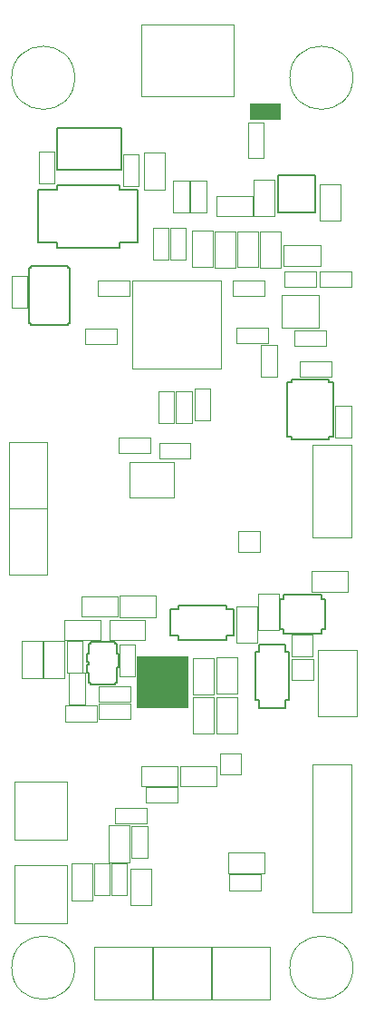
<source format=gbr>
From 199e1b522b1b3d5c5ebaf8c0a3e5959f84c253fd Mon Sep 17 00:00:00 2001
From: Dawsyn Schraiber <32221234+dawsynth@users.noreply.github.com>
Date: Wed, 29 Jan 2025 23:49:55 -0500
Subject: RP2040 PCB: Rev 1

---
 .../gerbers/active-drag-system-F_Courtyard.gbr     | 1100 ++++++++++++++++++++
 1 file changed, 1100 insertions(+)
 create mode 100644 hardware/gerbers/active-drag-system-F_Courtyard.gbr

(limited to 'hardware/gerbers/active-drag-system-F_Courtyard.gbr')

diff --git a/hardware/gerbers/active-drag-system-F_Courtyard.gbr b/hardware/gerbers/active-drag-system-F_Courtyard.gbr
new file mode 100644
index 0000000..56c4c88
--- /dev/null
+++ b/hardware/gerbers/active-drag-system-F_Courtyard.gbr
@@ -0,0 +1,1100 @@
+%TF.GenerationSoftware,KiCad,Pcbnew,8.0.7*%
+%TF.CreationDate,2025-01-08T02:27:14-05:00*%
+%TF.ProjectId,active-drag-system,61637469-7665-42d6-9472-61672d737973,rev?*%
+%TF.SameCoordinates,Original*%
+%TF.FileFunction,Other,User*%
+%FSLAX46Y46*%
+G04 Gerber Fmt 4.6, Leading zero omitted, Abs format (unit mm)*
+G04 Created by KiCad (PCBNEW 8.0.7) date 2025-01-08 02:27:14*
+%MOMM*%
+%LPD*%
+G01*
+G04 APERTURE LIST*
+%ADD10C,0.050000*%
+%ADD11C,0.152400*%
+%ADD12C,0.100000*%
+G04 APERTURE END LIST*
+D10*
+%TO.C,C29*%
+X160820000Y-73950000D02*
+X162780000Y-73950000D01*
+X160820000Y-77350000D02*
+X160820000Y-73950000D01*
+X162780000Y-73950000D02*
+X162780000Y-77350000D01*
+X162780000Y-77350000D02*
+X160820000Y-77350000D01*
+%TO.C,J7*%
+X139800000Y-145050000D02*
+X139800000Y-149950000D01*
+X139800000Y-149950000D02*
+X145200000Y-149950000D01*
+X145200000Y-145050000D02*
+X139800000Y-145050000D01*
+X145200000Y-149950000D02*
+X145200000Y-145050000D01*
+X145300000Y-145050000D02*
+X145300000Y-149950000D01*
+X145300000Y-149950000D02*
+X150700000Y-149950000D01*
+X150700000Y-145050000D02*
+X145300000Y-145050000D01*
+X150700000Y-149950000D02*
+X150700000Y-145050000D01*
+X150800000Y-145050000D02*
+X150800000Y-149950000D01*
+X150800000Y-149950000D02*
+X156200000Y-149950000D01*
+X156200000Y-145050000D02*
+X150800000Y-145050000D01*
+X156200000Y-149950000D02*
+X156200000Y-145050000D01*
+D11*
+%TO.C,U6*%
+X133699900Y-81749200D02*
+X133847400Y-81749200D01*
+X133699900Y-86850800D02*
+X133699900Y-81749200D01*
+X133699900Y-86850800D02*
+X133847400Y-86850800D01*
+X133847400Y-81544100D02*
+X137352600Y-81544100D01*
+X133847400Y-81749200D02*
+X133847400Y-81544100D01*
+X133847400Y-87055900D02*
+X133847400Y-86850800D01*
+X137352600Y-81544100D02*
+X137352600Y-81749200D01*
+X137352600Y-86850800D02*
+X137352600Y-87055900D01*
+X137352600Y-87055900D02*
+X133847400Y-87055900D01*
+X137500100Y-81749200D02*
+X137352600Y-81749200D01*
+X137500100Y-81749200D02*
+X137500100Y-86850800D01*
+X137500100Y-86850800D02*
+X137352600Y-86850800D01*
+D10*
+%TO.C,C32*%
+X162320000Y-94570000D02*
+X163780000Y-94570000D01*
+X162320000Y-97530000D02*
+X162320000Y-94570000D01*
+X163780000Y-94570000D02*
+X163780000Y-97530000D01*
+X163780000Y-97530000D02*
+X162320000Y-97530000D01*
+%TO.C,R8*%
+X145770000Y-93245000D02*
+X147230000Y-93245000D01*
+X145770000Y-96205000D02*
+X145770000Y-93245000D01*
+X147230000Y-93245000D02*
+X147230000Y-96205000D01*
+X147230000Y-96205000D02*
+X145770000Y-96205000D01*
+D11*
+%TO.C,U2*%
+X134539100Y-74474300D02*
+X136279000Y-74474300D01*
+X134539100Y-79325700D02*
+X134539100Y-74474300D01*
+X134539100Y-79325700D02*
+X136279000Y-79325700D01*
+X136279000Y-73979000D02*
+X142121000Y-73979000D01*
+X136279000Y-74474300D02*
+X136279000Y-73979000D01*
+X136279000Y-79821000D02*
+X136279000Y-79325700D01*
+X142121000Y-73979000D02*
+X142121000Y-74474300D01*
+X142121000Y-79325700D02*
+X142121000Y-79821000D01*
+X142121000Y-79821000D02*
+X136279000Y-79821000D01*
+X143860900Y-74474300D02*
+X142121000Y-74474300D01*
+X143860900Y-74474300D02*
+X143860900Y-79325700D01*
+X143860900Y-79325700D02*
+X142121000Y-79325700D01*
+%TO.C,CR2*%
+X146890900Y-113593500D02*
+X147602100Y-113593500D01*
+X146890900Y-116006500D02*
+X146890900Y-113593500D01*
+X147602100Y-113199800D02*
+X152097900Y-113199800D01*
+X147602100Y-113593500D02*
+X147602100Y-113199800D01*
+X147602100Y-116006500D02*
+X146890900Y-116006500D01*
+X147602100Y-116400200D02*
+X147602100Y-116006500D01*
+X152097900Y-113199800D02*
+X152097900Y-113593500D01*
+X152097900Y-113593500D02*
+X152809100Y-113593500D01*
+X152097900Y-116006500D02*
+X152097900Y-116400200D01*
+X152097900Y-116400200D02*
+X147602100Y-116400200D01*
+X152809100Y-113593500D02*
+X152809100Y-116006500D01*
+X152809100Y-116006500D02*
+X152097900Y-116006500D01*
+%TO.C,U7*%
+X157766199Y-92427502D02*
+X158196000Y-92427502D01*
+X157766199Y-97435502D02*
+X157766199Y-92427502D01*
+X158196000Y-92177502D02*
+X159446000Y-92177502D01*
+X158196000Y-92427502D02*
+X158196000Y-92177502D01*
+X158196000Y-97435502D02*
+X157766199Y-97435502D01*
+X158196000Y-97685502D02*
+X158196000Y-97435502D01*
+X159446000Y-92177502D02*
+X159446000Y-92177502D01*
+X159446000Y-92177502D02*
+X160454000Y-92177502D01*
+X159446000Y-97685502D02*
+X158196000Y-97685502D01*
+X159446000Y-97685502D02*
+X159446000Y-97685502D01*
+X160454000Y-92177502D02*
+X160454000Y-92177502D01*
+X160454000Y-92177502D02*
+X161704000Y-92177502D01*
+X160454000Y-97685502D02*
+X159446000Y-97685502D01*
+X160454000Y-97685502D02*
+X160454000Y-97685502D01*
+X161704000Y-92177502D02*
+X161704000Y-92427502D01*
+X161704000Y-92427502D02*
+X162133801Y-92427502D01*
+X161704000Y-97435502D02*
+X161704000Y-97685502D01*
+X161704000Y-97685502D02*
+X160454000Y-97685502D01*
+X162133801Y-92427502D02*
+X162133801Y-97435502D01*
+X162133801Y-97435502D02*
+X161704000Y-97435502D01*
+D10*
+%TO.C,C13*%
+X144420000Y-71000000D02*
+X146380000Y-71000000D01*
+X144420000Y-74400000D02*
+X144420000Y-71000000D01*
+X146380000Y-71000000D02*
+X146380000Y-74400000D01*
+X146380000Y-74400000D02*
+X144420000Y-74400000D01*
+%TO.C,R12*%
+X138574101Y-112350126D02*
+X141934101Y-112350126D01*
+X138574101Y-114250126D02*
+X138574101Y-112350126D01*
+X141934101Y-112350126D02*
+X141934101Y-114250126D01*
+X141934101Y-114250126D02*
+X138574101Y-114250126D01*
+%TO.C,C19*%
+X137224101Y-116520126D02*
+X138684101Y-116520126D01*
+X137224101Y-119480126D02*
+X137224101Y-116520126D01*
+X138684101Y-116520126D02*
+X138684101Y-119480126D01*
+X138684101Y-119480126D02*
+X137224101Y-119480126D01*
+%TO.C,R9*%
+X134570000Y-70920000D02*
+X136030000Y-70920000D01*
+X134570000Y-73880000D02*
+X134570000Y-70920000D01*
+X136030000Y-70920000D02*
+X136030000Y-73880000D01*
+X136030000Y-73880000D02*
+X134570000Y-73880000D01*
+%TO.C,TP7*%
+X151500000Y-127000000D02*
+X151500000Y-129000000D01*
+X151500000Y-127000000D02*
+X153500000Y-127000000D01*
+X153500000Y-129000000D02*
+X151500000Y-129000000D01*
+X153500000Y-129000000D02*
+X153500000Y-127000000D01*
+%TO.C,R11*%
+X140174101Y-122370126D02*
+X143134101Y-122370126D01*
+X140174101Y-123830126D02*
+X140174101Y-122370126D01*
+X143134101Y-122370126D02*
+X143134101Y-123830126D01*
+X143134101Y-123830126D02*
+X140174101Y-123830126D01*
+%TO.C,C31*%
+X160845000Y-82070000D02*
+X163805000Y-82070000D01*
+X160845000Y-83530000D02*
+X160845000Y-82070000D01*
+X163805000Y-82070000D02*
+X163805000Y-83530000D01*
+X163805000Y-83530000D02*
+X160845000Y-83530000D01*
+%TO.C,TP6*%
+X158197800Y-115950000D02*
+X158197800Y-117950000D01*
+X158197800Y-115950000D02*
+X160197800Y-115950000D01*
+X160197800Y-117950000D02*
+X158197800Y-117950000D01*
+X160197800Y-117950000D02*
+X160197800Y-115950000D01*
+%TO.C,C38*%
+X141370000Y-137270000D02*
+X142830000Y-137270000D01*
+X141370000Y-140230000D02*
+X141370000Y-137270000D01*
+X142830000Y-137270000D02*
+X142830000Y-140230000D01*
+X142830000Y-140230000D02*
+X141370000Y-140230000D01*
+%TO.C,R20*%
+X143270000Y-133770000D02*
+X144730000Y-133770000D01*
+X143270000Y-136730000D02*
+X143270000Y-133770000D01*
+X144730000Y-133770000D02*
+X144730000Y-136730000D01*
+X144730000Y-136730000D02*
+X143270000Y-136730000D01*
+%TO.C,R18*%
+X144207500Y-128200000D02*
+X147567500Y-128200000D01*
+X144207500Y-130100000D02*
+X144207500Y-128200000D01*
+X147567500Y-128200000D02*
+X147567500Y-130100000D01*
+X147567500Y-130100000D02*
+X144207500Y-130100000D01*
+%TO.C,C22*%
+X151195887Y-121750000D02*
+X153155887Y-121750000D01*
+X151195887Y-125150000D02*
+X151195887Y-121750000D01*
+X153155887Y-121750000D02*
+X153155887Y-125150000D01*
+X153155887Y-125150000D02*
+X151195887Y-125150000D01*
+%TO.C,C20*%
+X148995887Y-118100000D02*
+X150955887Y-118100000D01*
+X148995887Y-121500000D02*
+X148995887Y-118100000D01*
+X150955887Y-118100000D02*
+X150955887Y-121500000D01*
+X150955887Y-121500000D02*
+X148995887Y-121500000D01*
+%TO.C,J5*%
+X131800000Y-97975000D02*
+X131800000Y-104125000D01*
+X131800000Y-104125000D02*
+X135400000Y-104125000D01*
+X135400000Y-97975000D02*
+X131800000Y-97975000D01*
+X135400000Y-104125000D02*
+X135400000Y-97975000D01*
+%TO.C,R6*%
+X158495000Y-87570000D02*
+X161455000Y-87570000D01*
+X158495000Y-89030000D02*
+X158495000Y-87570000D01*
+X161455000Y-87570000D02*
+X161455000Y-89030000D01*
+X161455000Y-89030000D02*
+X158495000Y-89030000D01*
+%TO.C,R3*%
+X147170000Y-73620000D02*
+X148630000Y-73620000D01*
+X147170000Y-76580000D02*
+X147170000Y-73620000D01*
+X148630000Y-73620000D02*
+X148630000Y-76580000D01*
+X148630000Y-76580000D02*
+X147170000Y-76580000D01*
+%TO.C,C10*%
+X142070000Y-97570000D02*
+X145030000Y-97570000D01*
+X142070000Y-99030000D02*
+X142070000Y-97570000D01*
+X145030000Y-97570000D02*
+X145030000Y-99030000D01*
+X145030000Y-99030000D02*
+X142070000Y-99030000D01*
+%TO.C,H3*%
+X163950000Y-147000000D02*
+G75*
+G02*
+X158050000Y-147000000I-2950000J0D01*
+G01*
+X158050000Y-147000000D02*
+G75*
+G02*
+X163950000Y-147000000I2950000J0D01*
+G01*
+%TO.C,C16*%
+X142124101Y-116820126D02*
+X143584101Y-116820126D01*
+X142124101Y-119780126D02*
+X142124101Y-116820126D01*
+X143584101Y-116820126D02*
+X143584101Y-119780126D01*
+X143584101Y-119780126D02*
+X142124101Y-119780126D01*
+%TO.C,J2*%
+X132300000Y-129650000D02*
+X132300000Y-135050000D01*
+X132300000Y-135050000D02*
+X137200000Y-135050000D01*
+X132300000Y-137450000D02*
+X132300000Y-142850000D01*
+X132300000Y-142850000D02*
+X137200000Y-142850000D01*
+X137200000Y-129650000D02*
+X132300000Y-129650000D01*
+X137200000Y-135050000D02*
+X137200000Y-129650000D01*
+X137200000Y-137450000D02*
+X132300000Y-137450000D01*
+X137200000Y-142850000D02*
+X137200000Y-137450000D01*
+%TO.C,R13*%
+X141174101Y-114550126D02*
+X144534101Y-114550126D01*
+X141174101Y-116450126D02*
+X141174101Y-114550126D01*
+X144534101Y-114550126D02*
+X144534101Y-116450126D01*
+X144534101Y-116450126D02*
+X141174101Y-116450126D01*
+%TO.C,C30*%
+X154670000Y-73500000D02*
+X156630000Y-73500000D01*
+X154670000Y-76900000D02*
+X154670000Y-73500000D01*
+X156630000Y-73500000D02*
+X156630000Y-76900000D01*
+X156630000Y-76900000D02*
+X154670000Y-76900000D01*
+%TO.C,J6*%
+X131800000Y-104175000D02*
+X131800000Y-110325000D01*
+X131800000Y-110325000D02*
+X135400000Y-110325000D01*
+X135400000Y-104175000D02*
+X131800000Y-104175000D01*
+X135400000Y-110325000D02*
+X135400000Y-104175000D01*
+%TO.C,C33*%
+X157520000Y-82070000D02*
+X160480000Y-82070000D01*
+X157520000Y-83530000D02*
+X157520000Y-82070000D01*
+X160480000Y-82070000D02*
+X160480000Y-83530000D01*
+X160480000Y-83530000D02*
+X157520000Y-83530000D01*
+%TO.C,R21*%
+X152420000Y-138320000D02*
+X155380000Y-138320000D01*
+X152420000Y-139780000D02*
+X152420000Y-138320000D01*
+X155380000Y-138320000D02*
+X155380000Y-139780000D01*
+X155380000Y-139780000D02*
+X152420000Y-139780000D01*
+%TO.C,C26*%
+X155069400Y-112100000D02*
+X157029400Y-112100000D01*
+X155069400Y-115500000D02*
+X155069400Y-112100000D01*
+X157029400Y-112100000D02*
+X157029400Y-115500000D01*
+X157029400Y-115500000D02*
+X155069400Y-115500000D01*
+%TO.C,R19*%
+X141720000Y-132120000D02*
+X144680000Y-132120000D01*
+X141720000Y-133580000D02*
+X141720000Y-132120000D01*
+X144680000Y-132120000D02*
+X144680000Y-133580000D01*
+X144680000Y-133580000D02*
+X141720000Y-133580000D01*
+%TO.C,C5*%
+X155220000Y-78300000D02*
+X157180000Y-78300000D01*
+X155220000Y-81700000D02*
+X155220000Y-78300000D01*
+X157180000Y-78300000D02*
+X157180000Y-81700000D01*
+X157180000Y-81700000D02*
+X155220000Y-81700000D01*
+%TO.C,C9*%
+X153020000Y-87270000D02*
+X155980000Y-87270000D01*
+X153020000Y-88730000D02*
+X153020000Y-87270000D01*
+X155980000Y-87270000D02*
+X155980000Y-88730000D01*
+X155980000Y-88730000D02*
+X153020000Y-88730000D01*
+%TO.C,TP4*%
+X158247800Y-118200000D02*
+X158247800Y-120200000D01*
+X158247800Y-118200000D02*
+X160247800Y-118200000D01*
+X160247800Y-120200000D02*
+X158247800Y-120200000D01*
+X160247800Y-120200000D02*
+X160247800Y-118200000D01*
+%TO.C,C24*%
+X140174101Y-120770126D02*
+X143134101Y-120770126D01*
+X140174101Y-122230126D02*
+X140174101Y-120770126D01*
+X143134101Y-120770126D02*
+X143134101Y-122230126D01*
+X143134101Y-122230126D02*
+X140174101Y-122230126D01*
+%TO.C,C8*%
+X138945000Y-87370000D02*
+X141905000Y-87370000D01*
+X138945000Y-88830000D02*
+X138945000Y-87370000D01*
+X141905000Y-87370000D02*
+X141905000Y-88830000D01*
+X141905000Y-88830000D02*
+X138945000Y-88830000D01*
+D11*
+%TO.C,U4*%
+X157141800Y-112592800D02*
+X157446600Y-112592800D01*
+X157141800Y-115407200D02*
+X157141800Y-112592800D01*
+X157141800Y-115407200D02*
+X157446600Y-115407200D01*
+X157446600Y-112196600D02*
+X161053400Y-112196600D01*
+X157446600Y-112592800D02*
+X157446600Y-112196600D01*
+X157446600Y-115803400D02*
+X157446600Y-115407200D01*
+X161053400Y-112196600D02*
+X161053400Y-112592800D01*
+X161053400Y-115407200D02*
+X161053400Y-115803400D01*
+X161053400Y-115803400D02*
+X157446600Y-115803400D01*
+X161358200Y-112592800D02*
+X161053400Y-112592800D01*
+X161358200Y-112592800D02*
+X161358200Y-115407200D01*
+X161358200Y-115407200D02*
+X161053400Y-115407200D01*
+D10*
+%TO.C,C39*%
+X143120000Y-137800000D02*
+X145080000Y-137800000D01*
+X143120000Y-141200000D02*
+X143120000Y-137800000D01*
+X145080000Y-137800000D02*
+X145080000Y-141200000D01*
+X145080000Y-141200000D02*
+X143120000Y-141200000D01*
+D12*
+%TO.C,D1*%
+X157100000Y-67800000D02*
+X154300000Y-67800000D01*
+X154300000Y-66400000D01*
+X157100000Y-66400000D01*
+X157100000Y-67800000D01*
+G36*
+X157100000Y-67800000D02*
+G01*
+X154300000Y-67800000D01*
+X154300000Y-66400000D01*
+X157100000Y-66400000D01*
+X157100000Y-67800000D01*
+G37*
+D10*
+%TO.C,R5*%
+X155370000Y-88920000D02*
+X156830000Y-88920000D01*
+X155370000Y-91880000D02*
+X155370000Y-88920000D01*
+X156830000Y-88920000D02*
+X156830000Y-91880000D01*
+X156830000Y-91880000D02*
+X155370000Y-91880000D01*
+%TO.C,U8*%
+X157250000Y-84290000D02*
+X160750000Y-84290000D01*
+X157250000Y-87290000D02*
+X157250000Y-84290000D01*
+X160750000Y-84290000D02*
+X160750000Y-87290000D01*
+X160750000Y-87290000D02*
+X157250000Y-87290000D01*
+%TO.C,C15*%
+X149170000Y-92970000D02*
+X150630000Y-92970000D01*
+X149170000Y-95930000D02*
+X149170000Y-92970000D01*
+X150630000Y-92970000D02*
+X150630000Y-95930000D01*
+X150630000Y-95930000D02*
+X149170000Y-95930000D01*
+%TO.C,R14*%
+X137074101Y-122570126D02*
+X140034101Y-122570126D01*
+X137074101Y-124030126D02*
+X137074101Y-122570126D01*
+X140034101Y-122570126D02*
+X140034101Y-124030126D01*
+X140034101Y-124030126D02*
+X137074101Y-124030126D01*
+%TO.C,C3*%
+X148920000Y-78250000D02*
+X150880000Y-78250000D01*
+X148920000Y-81650000D02*
+X148920000Y-78250000D01*
+X150880000Y-78250000D02*
+X150880000Y-81650000D01*
+X150880000Y-81650000D02*
+X148920000Y-81650000D01*
+%TO.C,C2*%
+X145270000Y-78020000D02*
+X146730000Y-78020000D01*
+X145270000Y-80980000D02*
+X145270000Y-78020000D01*
+X146730000Y-78020000D02*
+X146730000Y-80980000D01*
+X146730000Y-80980000D02*
+X145270000Y-80980000D01*
+%TO.C,C21*%
+X148995887Y-121750000D02*
+X150955887Y-121750000D01*
+X148995887Y-125150000D02*
+X148995887Y-121750000D01*
+X150955887Y-121750000D02*
+X150955887Y-125150000D01*
+X150955887Y-125150000D02*
+X148995887Y-125150000D01*
+%TO.C,C41*%
+X152300000Y-136270000D02*
+X155700000Y-136270000D01*
+X152300000Y-138230000D02*
+X152300000Y-136270000D01*
+X155700000Y-136270000D02*
+X155700000Y-138230000D01*
+X155700000Y-138230000D02*
+X152300000Y-138230000D01*
+%TO.C,C18*%
+X133020000Y-116550000D02*
+X134980000Y-116550000D01*
+X133020000Y-119950000D02*
+X133020000Y-116550000D01*
+X134980000Y-116550000D02*
+X134980000Y-119950000D01*
+X134980000Y-119950000D02*
+X133020000Y-119950000D01*
+%TO.C,H4*%
+X137950000Y-147000000D02*
+G75*
+G02*
+X132050000Y-147000000I-2950000J0D01*
+G01*
+X132050000Y-147000000D02*
+G75*
+G02*
+X137950000Y-147000000I2950000J0D01*
+G01*
+%TO.C,X1*%
+X143100000Y-99850000D02*
+X147200000Y-99850000D01*
+X143100000Y-103150000D02*
+X143100000Y-99850000D01*
+X143100000Y-103150000D02*
+X147200000Y-103150000D01*
+X147200000Y-99850000D02*
+X147200000Y-103150000D01*
+%TO.C,C6*%
+X140120000Y-82870000D02*
+X143080000Y-82870000D01*
+X140120000Y-84330000D02*
+X140120000Y-82870000D01*
+X143080000Y-82870000D02*
+X143080000Y-84330000D01*
+X143080000Y-84330000D02*
+X140120000Y-84330000D01*
+%TO.C,C35*%
+X159020000Y-90420000D02*
+X161980000Y-90420000D01*
+X159020000Y-91880000D02*
+X159020000Y-90420000D01*
+X161980000Y-90420000D02*
+X161980000Y-91880000D01*
+X161980000Y-91880000D02*
+X159020000Y-91880000D01*
+D11*
+%TO.C,U3*%
+X139095300Y-117719000D02*
+X139095300Y-118481000D01*
+X139095300Y-118481000D02*
+X139246001Y-118481000D01*
+X139095300Y-118719252D02*
+X139095300Y-119481252D01*
+X139095300Y-119481252D02*
+X139246001Y-119481252D01*
+X139246001Y-116796127D02*
+X139246001Y-117719000D01*
+X139246001Y-117719000D02*
+X139095300Y-117719000D01*
+X139246001Y-118481000D02*
+X139246001Y-118719252D01*
+X139246001Y-118719252D02*
+X139095300Y-118719252D01*
+X139246001Y-119481252D02*
+X139246001Y-120404125D01*
+X139246001Y-120404125D02*
+X139422912Y-120404125D01*
+X139422912Y-116641326D02*
+X139422912Y-116796127D01*
+X139422912Y-116796127D02*
+X139246001Y-116796127D01*
+X139422912Y-120404125D02*
+X139422912Y-120558926D01*
+X139422912Y-120558926D02*
+X141685290Y-120558926D01*
+X141685290Y-116641326D02*
+X139422912Y-116641326D01*
+X141685290Y-116796127D02*
+X141685290Y-116641326D01*
+X141685290Y-120404125D02*
+X141862201Y-120404125D01*
+X141685290Y-120558926D02*
+X141685290Y-120404125D01*
+X141862201Y-116796127D02*
+X141685290Y-116796127D01*
+X141862201Y-117719000D02*
+X141862201Y-116796127D01*
+X141862201Y-118981126D02*
+X142012902Y-118981126D01*
+X141862201Y-120404125D02*
+X141862201Y-118981126D01*
+X142012902Y-117719000D02*
+X141862201Y-117719000D01*
+X142012902Y-118981126D02*
+X142012902Y-117719000D01*
+D10*
+%TO.C,C4*%
+X151020000Y-78300000D02*
+X152980000Y-78300000D01*
+X151020000Y-81700000D02*
+X151020000Y-78300000D01*
+X152980000Y-78300000D02*
+X152980000Y-81700000D01*
+X152980000Y-81700000D02*
+X151020000Y-81700000D01*
+D11*
+%TO.C,SW1*%
+X136300699Y-68644200D02*
+X136300699Y-72555800D01*
+X136300699Y-72555800D02*
+X142299301Y-72555800D01*
+X142299301Y-68644200D02*
+X136300699Y-68644200D01*
+X142299301Y-72555800D02*
+X142299301Y-68644200D01*
+D10*
+%TO.C,J4*%
+X160200000Y-128050000D02*
+X160200000Y-141800000D01*
+X160200000Y-141800000D02*
+X163800000Y-141800000D01*
+X163800000Y-128050000D02*
+X160200000Y-128050000D01*
+X163800000Y-141800000D02*
+X163800000Y-128050000D01*
+%TO.C,U1*%
+X143332500Y-82870000D02*
+X143332500Y-91130000D01*
+X143332500Y-91130000D02*
+X151592500Y-91130000D01*
+X151592500Y-82870000D02*
+X143332500Y-82870000D01*
+X151592500Y-91130000D02*
+X151592500Y-82870000D01*
+%TO.C,C23*%
+X151195887Y-118050000D02*
+X153155887Y-118050000D01*
+X151195887Y-121450000D02*
+X151195887Y-118050000D01*
+X153155887Y-118050000D02*
+X153155887Y-121450000D01*
+X153155887Y-121450000D02*
+X151195887Y-121450000D01*
+D12*
+%TO.C,L1*%
+X148447800Y-122700000D02*
+X143747800Y-122700000D01*
+X143747800Y-118000000D01*
+X148447800Y-118000000D01*
+X148447800Y-122700000D01*
+G36*
+X148447800Y-122700000D02*
+G01*
+X143747800Y-122700000D01*
+X143747800Y-118000000D01*
+X148447800Y-118000000D01*
+X148447800Y-122700000D01*
+G37*
+D10*
+%TO.C,R17*%
+X147820000Y-128200000D02*
+X151180000Y-128200000D01*
+X147820000Y-130100000D02*
+X147820000Y-128200000D01*
+X151180000Y-128200000D02*
+X151180000Y-130100000D01*
+X151180000Y-130100000D02*
+X147820000Y-130100000D01*
+%TO.C,C1*%
+X146870000Y-78020000D02*
+X148330000Y-78020000D01*
+X146870000Y-80980000D02*
+X146870000Y-78020000D01*
+X148330000Y-78020000D02*
+X148330000Y-80980000D01*
+X148330000Y-80980000D02*
+X146870000Y-80980000D01*
+%TO.C,C17*%
+X135020000Y-116550000D02*
+X136980000Y-116550000D01*
+X135020000Y-119950000D02*
+X135020000Y-116550000D01*
+X136980000Y-116550000D02*
+X136980000Y-119950000D01*
+X136980000Y-119950000D02*
+X135020000Y-119950000D01*
+%TO.C,J1*%
+X160700000Y-117360000D02*
+X160700000Y-123510000D01*
+X160700000Y-123510000D02*
+X164300000Y-123510000D01*
+X164300000Y-117360000D02*
+X160700000Y-117360000D01*
+X164300000Y-123510000D02*
+X164300000Y-117360000D01*
+%TO.C,J8*%
+X160200000Y-98230000D02*
+X160200000Y-106880000D01*
+X160200000Y-106880000D02*
+X163800000Y-106880000D01*
+X163800000Y-98230000D02*
+X160200000Y-98230000D01*
+X163800000Y-106880000D02*
+X163800000Y-98230000D01*
+%TO.C,C37*%
+X137620000Y-137300000D02*
+X139580000Y-137300000D01*
+X137620000Y-140700000D02*
+X137620000Y-137300000D01*
+X139580000Y-137300000D02*
+X139580000Y-140700000D01*
+X139580000Y-140700000D02*
+X137620000Y-140700000D01*
+%TO.C,TP5*%
+X153250000Y-106250000D02*
+X153250000Y-108250000D01*
+X153250000Y-106250000D02*
+X155250000Y-106250000D01*
+X155250000Y-108250000D02*
+X153250000Y-108250000D01*
+X155250000Y-108250000D02*
+X155250000Y-106250000D01*
+%TO.C,R16*%
+X153099400Y-113320000D02*
+X154999400Y-113320000D01*
+X153099400Y-116680000D02*
+X153099400Y-113320000D01*
+X154999400Y-113320000D02*
+X154999400Y-116680000D01*
+X154999400Y-116680000D02*
+X153099400Y-116680000D01*
+%TO.C,J3*%
+X144130000Y-59034000D02*
+X144130000Y-65700000D01*
+X144130000Y-65700000D02*
+X152770000Y-65700000D01*
+X152770000Y-59034000D02*
+X144130000Y-59034000D01*
+X152770000Y-65700000D02*
+X152770000Y-59034000D01*
+%TO.C,C28*%
+X132070000Y-82520000D02*
+X133530000Y-82520000D01*
+X132070000Y-85480000D02*
+X132070000Y-82520000D01*
+X133530000Y-82520000D02*
+X133530000Y-85480000D01*
+X133530000Y-85480000D02*
+X132070000Y-85480000D01*
+%TO.C,R7*%
+X153150000Y-78320000D02*
+X155050000Y-78320000D01*
+X153150000Y-81680000D02*
+X153150000Y-78320000D01*
+X155050000Y-78320000D02*
+X155050000Y-81680000D01*
+X155050000Y-81680000D02*
+X153150000Y-81680000D01*
+%TO.C,C34*%
+X157500000Y-79620000D02*
+X160900000Y-79620000D01*
+X157500000Y-81580000D02*
+X157500000Y-79620000D01*
+X160900000Y-79620000D02*
+X160900000Y-81580000D01*
+X160900000Y-81580000D02*
+X157500000Y-81580000D01*
+%TO.C,H1*%
+X137950000Y-64000000D02*
+G75*
+G02*
+X132050000Y-64000000I-2950000J0D01*
+G01*
+X132050000Y-64000000D02*
+G75*
+G02*
+X137950000Y-64000000I2950000J0D01*
+G01*
+%TO.C,C11*%
+X145820000Y-98070000D02*
+X148780000Y-98070000D01*
+X145820000Y-99530000D02*
+X145820000Y-98070000D01*
+X148780000Y-98070000D02*
+X148780000Y-99530000D01*
+X148780000Y-99530000D02*
+X145820000Y-99530000D01*
+%TO.C,R2*%
+X151220000Y-75000000D02*
+X154580000Y-75000000D01*
+X151220000Y-76900000D02*
+X151220000Y-75000000D01*
+X154580000Y-75000000D02*
+X154580000Y-76900000D01*
+X154580000Y-76900000D02*
+X151220000Y-76900000D01*
+%TO.C,R1*%
+X154170000Y-68150000D02*
+X155630000Y-68150000D01*
+X154170000Y-71450000D02*
+X154170000Y-68150000D01*
+X155630000Y-68150000D02*
+X155630000Y-71450000D01*
+X155630000Y-71450000D02*
+X154170000Y-71450000D01*
+%TO.C,R4*%
+X148770000Y-73620000D02*
+X150230000Y-73620000D01*
+X148770000Y-76580000D02*
+X148770000Y-73620000D01*
+X150230000Y-73620000D02*
+X150230000Y-76580000D01*
+X150230000Y-76580000D02*
+X148770000Y-76580000D01*
+%TO.C,C40*%
+X144620000Y-130120000D02*
+X147580000Y-130120000D01*
+X144620000Y-131580000D02*
+X144620000Y-130120000D01*
+X147580000Y-130120000D02*
+X147580000Y-131580000D01*
+X147580000Y-131580000D02*
+X144620000Y-131580000D01*
+D11*
+%TO.C,CR1*%
+X154797600Y-117552100D02*
+X155191300Y-117552100D01*
+X154797600Y-122047900D02*
+X154797600Y-117552100D01*
+X155191300Y-116840900D02*
+X157604300Y-116840900D01*
+X155191300Y-117552100D02*
+X155191300Y-116840900D01*
+X155191300Y-122047900D02*
+X154797600Y-122047900D01*
+X155191300Y-122759100D02*
+X155191300Y-122047900D01*
+X157604300Y-116840900D02*
+X157604300Y-117552100D01*
+X157604300Y-117552100D02*
+X157998000Y-117552100D01*
+X157604300Y-122047900D02*
+X157604300Y-122759100D01*
+X157604300Y-122759100D02*
+X155191300Y-122759100D01*
+X157998000Y-117552100D02*
+X157998000Y-122047900D01*
+X157998000Y-122047900D02*
+X157604300Y-122047900D01*
+D10*
+%TO.C,C14*%
+X147420000Y-93220000D02*
+X148880000Y-93220000D01*
+X147420000Y-96180000D02*
+X147420000Y-93220000D01*
+X148880000Y-93220000D02*
+X148880000Y-96180000D01*
+X148880000Y-96180000D02*
+X147420000Y-96180000D01*
+%TO.C,H2*%
+X163950000Y-64000000D02*
+G75*
+G02*
+X158050000Y-64000000I-2950000J0D01*
+G01*
+X158050000Y-64000000D02*
+G75*
+G02*
+X163950000Y-64000000I2950000J0D01*
+G01*
+%TO.C,C25*%
+X142154101Y-112320126D02*
+X145554101Y-112320126D01*
+X142154101Y-114280126D02*
+X142154101Y-112320126D01*
+X145554101Y-112320126D02*
+X145554101Y-114280126D01*
+X145554101Y-114280126D02*
+X142154101Y-114280126D01*
+%TO.C,R15*%
+X137424101Y-119520126D02*
+X138884101Y-119520126D01*
+X137424101Y-122480126D02*
+X137424101Y-119520126D01*
+X138884101Y-119520126D02*
+X138884101Y-122480126D01*
+X138884101Y-122480126D02*
+X137424101Y-122480126D01*
+D11*
+%TO.C,U5*%
+X156942400Y-73668601D02*
+X156947400Y-73668601D01*
+X156942400Y-75981401D02*
+X156942400Y-73668601D01*
+X156947400Y-73072401D02*
+X157543600Y-73072401D01*
+X156947400Y-73668601D02*
+X156947400Y-73072401D01*
+X156947400Y-75981401D02*
+X156942400Y-75981401D01*
+X156947400Y-76577601D02*
+X156947400Y-75981401D01*
+X157543600Y-73067401D02*
+X159856400Y-73067401D01*
+X157543600Y-73072401D02*
+X157543600Y-73067401D01*
+X157543600Y-76577601D02*
+X156947400Y-76577601D01*
+X157543600Y-76582601D02*
+X157543600Y-76577601D01*
+X159856400Y-73067401D02*
+X159856400Y-73072401D01*
+X159856400Y-73072401D02*
+X160452600Y-73072401D01*
+X159856400Y-76577601D02*
+X159856400Y-76582601D01*
+X159856400Y-76582601D02*
+X157543600Y-76582601D01*
+X160452600Y-73072401D02*
+X160452600Y-73668601D01*
+X160452600Y-73668601D02*
+X160457600Y-73668601D01*
+X160452600Y-75981401D02*
+X160452600Y-76577601D01*
+X160452600Y-76577601D02*
+X159856400Y-76577601D01*
+X160457600Y-73668601D02*
+X160457600Y-75981401D01*
+X160457600Y-75981401D02*
+X160452600Y-75981401D01*
+D10*
+%TO.C,C27*%
+X160047800Y-110020000D02*
+X163447800Y-110020000D01*
+X160047800Y-111980000D02*
+X160047800Y-110020000D01*
+X163447800Y-110020000D02*
+X163447800Y-111980000D01*
+X163447800Y-111980000D02*
+X160047800Y-111980000D01*
+%TO.C,C12*%
+X142470000Y-71145000D02*
+X143930000Y-71145000D01*
+X142470000Y-74105000D02*
+X142470000Y-71145000D01*
+X143930000Y-71145000D02*
+X143930000Y-74105000D01*
+X143930000Y-74105000D02*
+X142470000Y-74105000D01*
+%TO.C,C7*%
+X152720000Y-82870000D02*
+X155680000Y-82870000D01*
+X152720000Y-84330000D02*
+X152720000Y-82870000D01*
+X155680000Y-82870000D02*
+X155680000Y-84330000D01*
+X155680000Y-84330000D02*
+X152720000Y-84330000D01*
+%TO.C,C42*%
+X141120000Y-133750000D02*
+X143080000Y-133750000D01*
+X141120000Y-137150000D02*
+X141120000Y-133750000D01*
+X143080000Y-133750000D02*
+X143080000Y-137150000D01*
+X143080000Y-137150000D02*
+X141120000Y-137150000D01*
+%TO.C,C36*%
+X139770000Y-137270000D02*
+X141230000Y-137270000D01*
+X139770000Y-140230000D02*
+X139770000Y-137270000D01*
+X141230000Y-137270000D02*
+X141230000Y-140230000D01*
+X141230000Y-140230000D02*
+X139770000Y-140230000D01*
+%TO.C,R10*%
+X136986601Y-114550126D02*
+X140346601Y-114550126D01*
+X136986601Y-116450126D02*
+X136986601Y-114550126D01*
+X140346601Y-114550126D02*
+X140346601Y-116450126D01*
+X140346601Y-116450126D02*
+X136986601Y-116450126D01*
+%TD*%
+M02*
-- 
cgit v1.2.3


</source>
